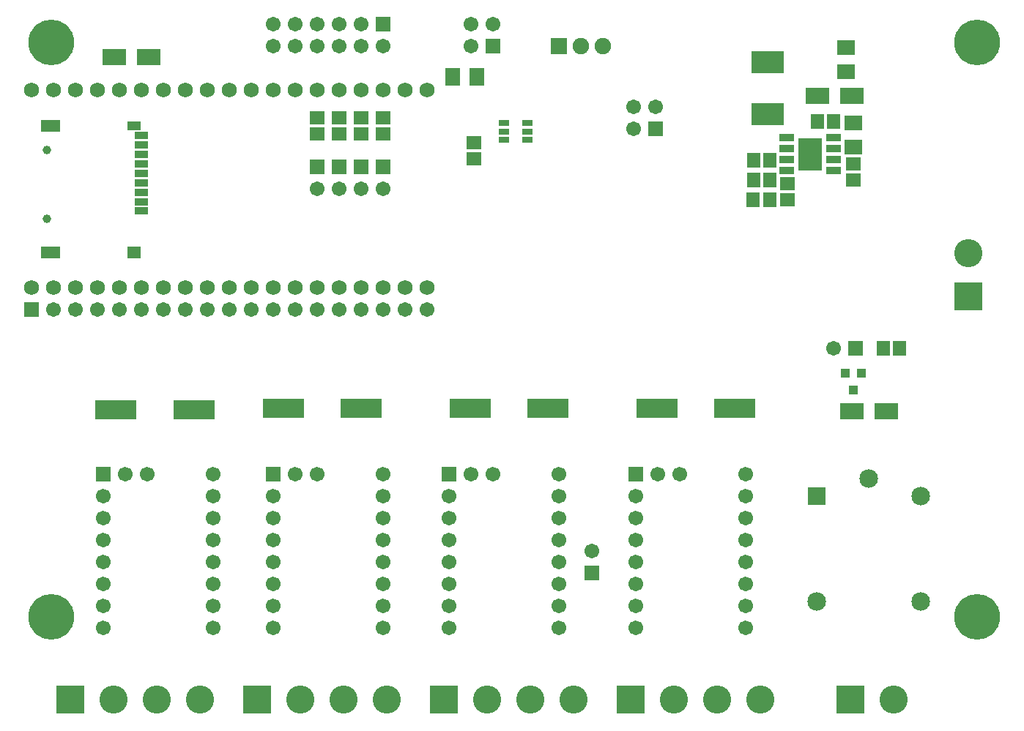
<source format=gbr>
G04 DipTrace 3.3.1.3*
G04 TopMask.gbr*
%MOIN*%
G04 #@! TF.FileFunction,Soldermask,Top*
G04 #@! TF.Part,Single*
%ADD58C,0.03937*%
%ADD70R,0.070992X0.078866*%
%ADD72R,0.051307X0.031622*%
%ADD74R,0.11115X0.146189*%
%ADD76R,0.070992X0.032016*%
%ADD78C,0.067*%
%ADD80R,0.067X0.067*%
%ADD82C,0.068*%
%ADD84C,0.128*%
%ADD86R,0.128X0.128*%
%ADD88R,0.063118X0.039496*%
%ADD90R,0.063118X0.055244*%
%ADD92R,0.08674X0.055244*%
%ADD94R,0.059181X0.035559*%
%ADD96R,0.067055X0.059181*%
%ADD98R,0.039496X0.043433*%
%ADD100C,0.208*%
%ADD102R,0.145795X0.10052*%
%ADD104R,0.084772X0.084772*%
%ADD106C,0.084772*%
%ADD108C,0.074929*%
%ADD110R,0.074929X0.074929*%
%ADD112C,0.067055*%
%ADD114R,0.067055X0.067055*%
%ADD116R,0.106425X0.074929*%
%ADD118R,0.078866X0.070992*%
%ADD120R,0.059181X0.067055*%
%ADD122R,0.185165X0.090677*%
%FSLAX26Y26*%
G04*
G70*
G90*
G75*
G01*
G04 TopMask*
%LPD*%
D122*
X1181102Y1889763D3*
X826771D3*
X1943700Y1893700D3*
X1589369D3*
X2793700D3*
X2439369D3*
X3643700D3*
X3289369D3*
D120*
X4018700Y3201700D3*
X4093503D3*
D118*
X4180700Y3194700D3*
Y3084464D3*
X4147466Y3427721D3*
Y3537957D3*
D120*
X3803700Y3025700D3*
X3728897D3*
D116*
X818700Y3493700D3*
X976180D3*
X4018700Y3318700D3*
X4176180D3*
X4331200Y1881200D3*
X4173720D3*
D114*
X2543700Y3543700D3*
D112*
X2443700D3*
X2543700Y3643700D3*
X2443700D3*
D114*
X3281200Y3168700D3*
D112*
X3181200D3*
X3281200Y3268700D3*
X3181200D3*
D114*
X443700Y2343700D3*
D112*
X543700D3*
X643700D3*
X743700D3*
X843700D3*
X943700D3*
X1043700D3*
X1143700D3*
X1243700D3*
X1343700D3*
X1443700D3*
X1543700D3*
X1643700D3*
X1743700D3*
X1843700D3*
X1943700D3*
X2043700D3*
X2143700D3*
X2243700D3*
D114*
X2043700Y3643700D3*
D112*
Y3543700D3*
X1943700Y3643700D3*
Y3543700D3*
X1843700Y3643700D3*
Y3543700D3*
X1743700Y3643700D3*
Y3543700D3*
X1643700Y3643700D3*
Y3543700D3*
X1543700Y3643700D3*
Y3543700D3*
D110*
X2843700D3*
D108*
X2943700D3*
X3043700D3*
D114*
X2043700Y2993700D3*
D112*
Y2893700D3*
D114*
X1943700Y2993700D3*
D112*
Y2893700D3*
D114*
X1843700Y2993700D3*
D112*
Y2893700D3*
D114*
X1743700Y2993700D3*
D112*
Y2893700D3*
D114*
X4193700Y2168700D3*
D112*
X4093700D3*
D114*
X2993700Y1143700D3*
D112*
Y1243700D3*
D106*
X4251968Y1574802D3*
D104*
X4015747Y1496062D3*
D106*
X4488188D3*
X4015747Y1015747D3*
X4488188D3*
D102*
X3791254Y3233991D3*
Y3472180D3*
D100*
X531495Y944881D3*
X4744094Y3562991D3*
X531495D3*
X4744094Y944881D3*
D98*
X4218700Y2056200D3*
X4143897D3*
X4181298Y1977460D3*
D96*
X2456200Y3106200D3*
Y3031397D3*
X2043700Y3143700D3*
Y3218503D3*
X1943700Y3143700D3*
Y3218503D3*
X1843700Y3143700D3*
Y3218503D3*
X1743700Y3143700D3*
Y3218503D3*
D120*
X4318700Y2168700D3*
X4393503D3*
D96*
X3881700Y2843700D3*
Y2918503D3*
D120*
X3725700Y2843700D3*
X3800503D3*
D96*
X4180700Y2934700D3*
Y3009503D3*
D120*
X3803700Y2934700D3*
X3728897D3*
D94*
X943700Y2793700D3*
Y2837007D3*
Y2880314D3*
Y2923621D3*
Y2966928D3*
Y3010235D3*
Y3053543D3*
Y3096850D3*
Y3140157D3*
D92*
X528346Y2605511D3*
D90*
X910235D3*
D88*
Y3183464D3*
D92*
X528346D3*
D58*
X512598Y3072834D3*
Y2757873D3*
D86*
X4706200Y2406200D3*
D84*
Y2603050D3*
D86*
X4168700Y568700D3*
D84*
X4365550D3*
D86*
X618700D3*
D84*
X815550D3*
X1012401D3*
X1209251D3*
D86*
X1468700D3*
D84*
X1665550D3*
X1862401D3*
X2059251D3*
D86*
X2318700D3*
D84*
X2515550D3*
X2712401D3*
X2909251D3*
D86*
X3168700D3*
D84*
X3365550D3*
X3562401D3*
X3759251D3*
D82*
X443700Y3343700D3*
X543700D3*
X643700D3*
X743700D3*
X843700D3*
X943700D3*
X1043700D3*
X1143700D3*
X1243700D3*
X1343700D3*
X1443700D3*
X1543700D3*
X1643700D3*
X1743700D3*
X1843700D3*
X1943700D3*
X2043700D3*
X2143700D3*
X2243700D3*
X443700Y2443700D3*
X543700D3*
X643700D3*
X743700D3*
X843700D3*
X943700D3*
X1043700D3*
X1143700D3*
X1243700D3*
X1343700D3*
X1443700D3*
X1543700D3*
X1643700D3*
X1743700D3*
X1843700D3*
X1943700D3*
X2043700D3*
X2143700D3*
X2243700D3*
D80*
X768700Y1593700D3*
D78*
Y1493700D3*
Y1393700D3*
Y1293700D3*
Y1193700D3*
Y1093700D3*
Y993700D3*
Y893700D3*
X1268700D3*
Y993700D3*
Y1093700D3*
Y1193700D3*
Y1293700D3*
Y1393700D3*
Y1493700D3*
Y1593700D3*
X868700D3*
X968700D3*
D80*
X1543700D3*
D78*
Y1493700D3*
Y1393700D3*
Y1293700D3*
Y1193700D3*
Y1093700D3*
Y993700D3*
Y893700D3*
X2043700D3*
Y993700D3*
Y1093700D3*
Y1193700D3*
Y1293700D3*
Y1393700D3*
Y1493700D3*
Y1593700D3*
X1643700D3*
X1743700D3*
D80*
X2343700D3*
D78*
Y1493700D3*
Y1393700D3*
Y1293700D3*
Y1193700D3*
Y1093700D3*
Y993700D3*
Y893700D3*
X2843700D3*
Y993700D3*
Y1093700D3*
Y1193700D3*
Y1293700D3*
Y1393700D3*
Y1493700D3*
Y1593700D3*
X2443700D3*
X2543700D3*
D80*
X3193700D3*
D78*
Y1493700D3*
Y1393700D3*
Y1293700D3*
Y1193700D3*
Y1093700D3*
Y993700D3*
Y893700D3*
X3693700D3*
Y993700D3*
Y1093700D3*
Y1193700D3*
Y1293700D3*
Y1393700D3*
Y1493700D3*
Y1593700D3*
X3293700D3*
X3393700D3*
D76*
X3878745Y3127752D3*
Y3077752D3*
Y3027752D3*
Y2977752D3*
X4091343D3*
Y3027752D3*
Y3077752D3*
Y3127752D3*
D74*
X3985044Y3052752D3*
D72*
X2593700Y3193700D3*
Y3156298D3*
Y3118897D3*
X2699999D3*
Y3156298D3*
Y3193700D3*
D70*
X2468700Y3406200D3*
X2358464D3*
M02*

</source>
